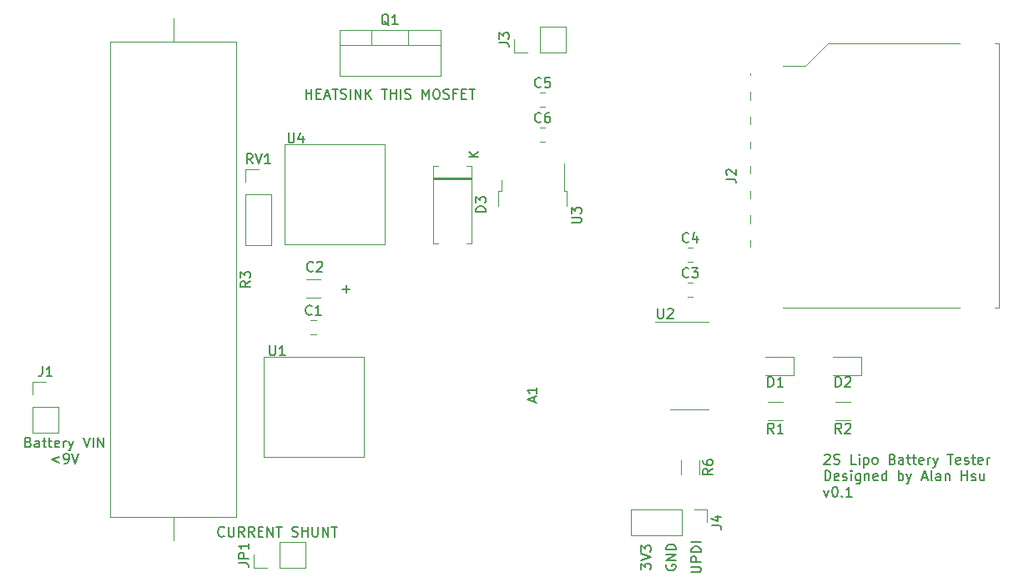
<source format=gbr>
%TF.GenerationSoftware,KiCad,Pcbnew,(5.1.10)-1*%
%TF.CreationDate,2021-10-18T08:36:09-04:00*%
%TF.ProjectId,BattTester,42617474-5465-4737-9465-722e6b696361,rev?*%
%TF.SameCoordinates,Original*%
%TF.FileFunction,Legend,Top*%
%TF.FilePolarity,Positive*%
%FSLAX46Y46*%
G04 Gerber Fmt 4.6, Leading zero omitted, Abs format (unit mm)*
G04 Created by KiCad (PCBNEW (5.1.10)-1) date 2021-10-18 08:36:09*
%MOMM*%
%LPD*%
G01*
G04 APERTURE LIST*
%ADD10C,0.150000*%
%ADD11C,0.120000*%
G04 APERTURE END LIST*
D10*
X159719047Y-121007142D02*
X159671428Y-121054761D01*
X159528571Y-121102380D01*
X159433333Y-121102380D01*
X159290476Y-121054761D01*
X159195238Y-120959523D01*
X159147619Y-120864285D01*
X159100000Y-120673809D01*
X159100000Y-120530952D01*
X159147619Y-120340476D01*
X159195238Y-120245238D01*
X159290476Y-120150000D01*
X159433333Y-120102380D01*
X159528571Y-120102380D01*
X159671428Y-120150000D01*
X159719047Y-120197619D01*
X160147619Y-120102380D02*
X160147619Y-120911904D01*
X160195238Y-121007142D01*
X160242857Y-121054761D01*
X160338095Y-121102380D01*
X160528571Y-121102380D01*
X160623809Y-121054761D01*
X160671428Y-121007142D01*
X160719047Y-120911904D01*
X160719047Y-120102380D01*
X161766666Y-121102380D02*
X161433333Y-120626190D01*
X161195238Y-121102380D02*
X161195238Y-120102380D01*
X161576190Y-120102380D01*
X161671428Y-120150000D01*
X161719047Y-120197619D01*
X161766666Y-120292857D01*
X161766666Y-120435714D01*
X161719047Y-120530952D01*
X161671428Y-120578571D01*
X161576190Y-120626190D01*
X161195238Y-120626190D01*
X162766666Y-121102380D02*
X162433333Y-120626190D01*
X162195238Y-121102380D02*
X162195238Y-120102380D01*
X162576190Y-120102380D01*
X162671428Y-120150000D01*
X162719047Y-120197619D01*
X162766666Y-120292857D01*
X162766666Y-120435714D01*
X162719047Y-120530952D01*
X162671428Y-120578571D01*
X162576190Y-120626190D01*
X162195238Y-120626190D01*
X163195238Y-120578571D02*
X163528571Y-120578571D01*
X163671428Y-121102380D02*
X163195238Y-121102380D01*
X163195238Y-120102380D01*
X163671428Y-120102380D01*
X164100000Y-121102380D02*
X164100000Y-120102380D01*
X164671428Y-121102380D01*
X164671428Y-120102380D01*
X165004761Y-120102380D02*
X165576190Y-120102380D01*
X165290476Y-121102380D02*
X165290476Y-120102380D01*
X166623809Y-121054761D02*
X166766666Y-121102380D01*
X167004761Y-121102380D01*
X167100000Y-121054761D01*
X167147619Y-121007142D01*
X167195238Y-120911904D01*
X167195238Y-120816666D01*
X167147619Y-120721428D01*
X167100000Y-120673809D01*
X167004761Y-120626190D01*
X166814285Y-120578571D01*
X166719047Y-120530952D01*
X166671428Y-120483333D01*
X166623809Y-120388095D01*
X166623809Y-120292857D01*
X166671428Y-120197619D01*
X166719047Y-120150000D01*
X166814285Y-120102380D01*
X167052380Y-120102380D01*
X167195238Y-120150000D01*
X167623809Y-121102380D02*
X167623809Y-120102380D01*
X167623809Y-120578571D02*
X168195238Y-120578571D01*
X168195238Y-121102380D02*
X168195238Y-120102380D01*
X168671428Y-120102380D02*
X168671428Y-120911904D01*
X168719047Y-121007142D01*
X168766666Y-121054761D01*
X168861904Y-121102380D01*
X169052380Y-121102380D01*
X169147619Y-121054761D01*
X169195238Y-121007142D01*
X169242857Y-120911904D01*
X169242857Y-120102380D01*
X169719047Y-121102380D02*
X169719047Y-120102380D01*
X170290476Y-121102380D01*
X170290476Y-120102380D01*
X170623809Y-120102380D02*
X171195238Y-120102380D01*
X170909523Y-121102380D02*
X170909523Y-120102380D01*
X202017380Y-124428095D02*
X202017380Y-123809047D01*
X202398333Y-124142380D01*
X202398333Y-123999523D01*
X202445952Y-123904285D01*
X202493571Y-123856666D01*
X202588809Y-123809047D01*
X202826904Y-123809047D01*
X202922142Y-123856666D01*
X202969761Y-123904285D01*
X203017380Y-123999523D01*
X203017380Y-124285238D01*
X202969761Y-124380476D01*
X202922142Y-124428095D01*
X202017380Y-123523333D02*
X203017380Y-123190000D01*
X202017380Y-122856666D01*
X202017380Y-122618571D02*
X202017380Y-121999523D01*
X202398333Y-122332857D01*
X202398333Y-122190000D01*
X202445952Y-122094761D01*
X202493571Y-122047142D01*
X202588809Y-121999523D01*
X202826904Y-121999523D01*
X202922142Y-122047142D01*
X202969761Y-122094761D01*
X203017380Y-122190000D01*
X203017380Y-122475714D01*
X202969761Y-122570952D01*
X202922142Y-122618571D01*
X204605000Y-123951904D02*
X204557380Y-124047142D01*
X204557380Y-124190000D01*
X204605000Y-124332857D01*
X204700238Y-124428095D01*
X204795476Y-124475714D01*
X204985952Y-124523333D01*
X205128809Y-124523333D01*
X205319285Y-124475714D01*
X205414523Y-124428095D01*
X205509761Y-124332857D01*
X205557380Y-124190000D01*
X205557380Y-124094761D01*
X205509761Y-123951904D01*
X205462142Y-123904285D01*
X205128809Y-123904285D01*
X205128809Y-124094761D01*
X205557380Y-123475714D02*
X204557380Y-123475714D01*
X205557380Y-122904285D01*
X204557380Y-122904285D01*
X205557380Y-122428095D02*
X204557380Y-122428095D01*
X204557380Y-122190000D01*
X204605000Y-122047142D01*
X204700238Y-121951904D01*
X204795476Y-121904285D01*
X204985952Y-121856666D01*
X205128809Y-121856666D01*
X205319285Y-121904285D01*
X205414523Y-121951904D01*
X205509761Y-122047142D01*
X205557380Y-122190000D01*
X205557380Y-122428095D01*
X168030000Y-76652380D02*
X168030000Y-75652380D01*
X168030000Y-76128571D02*
X168601428Y-76128571D01*
X168601428Y-76652380D02*
X168601428Y-75652380D01*
X169077619Y-76128571D02*
X169410952Y-76128571D01*
X169553809Y-76652380D02*
X169077619Y-76652380D01*
X169077619Y-75652380D01*
X169553809Y-75652380D01*
X169934761Y-76366666D02*
X170410952Y-76366666D01*
X169839523Y-76652380D02*
X170172857Y-75652380D01*
X170506190Y-76652380D01*
X170696666Y-75652380D02*
X171268095Y-75652380D01*
X170982380Y-76652380D02*
X170982380Y-75652380D01*
X171553809Y-76604761D02*
X171696666Y-76652380D01*
X171934761Y-76652380D01*
X172030000Y-76604761D01*
X172077619Y-76557142D01*
X172125238Y-76461904D01*
X172125238Y-76366666D01*
X172077619Y-76271428D01*
X172030000Y-76223809D01*
X171934761Y-76176190D01*
X171744285Y-76128571D01*
X171649047Y-76080952D01*
X171601428Y-76033333D01*
X171553809Y-75938095D01*
X171553809Y-75842857D01*
X171601428Y-75747619D01*
X171649047Y-75700000D01*
X171744285Y-75652380D01*
X171982380Y-75652380D01*
X172125238Y-75700000D01*
X172553809Y-76652380D02*
X172553809Y-75652380D01*
X173030000Y-76652380D02*
X173030000Y-75652380D01*
X173601428Y-76652380D01*
X173601428Y-75652380D01*
X174077619Y-76652380D02*
X174077619Y-75652380D01*
X174649047Y-76652380D02*
X174220476Y-76080952D01*
X174649047Y-75652380D02*
X174077619Y-76223809D01*
X175696666Y-75652380D02*
X176268095Y-75652380D01*
X175982380Y-76652380D02*
X175982380Y-75652380D01*
X176601428Y-76652380D02*
X176601428Y-75652380D01*
X176601428Y-76128571D02*
X177172857Y-76128571D01*
X177172857Y-76652380D02*
X177172857Y-75652380D01*
X177649047Y-76652380D02*
X177649047Y-75652380D01*
X178077619Y-76604761D02*
X178220476Y-76652380D01*
X178458571Y-76652380D01*
X178553809Y-76604761D01*
X178601428Y-76557142D01*
X178649047Y-76461904D01*
X178649047Y-76366666D01*
X178601428Y-76271428D01*
X178553809Y-76223809D01*
X178458571Y-76176190D01*
X178268095Y-76128571D01*
X178172857Y-76080952D01*
X178125238Y-76033333D01*
X178077619Y-75938095D01*
X178077619Y-75842857D01*
X178125238Y-75747619D01*
X178172857Y-75700000D01*
X178268095Y-75652380D01*
X178506190Y-75652380D01*
X178649047Y-75700000D01*
X179839523Y-76652380D02*
X179839523Y-75652380D01*
X180172857Y-76366666D01*
X180506190Y-75652380D01*
X180506190Y-76652380D01*
X181172857Y-75652380D02*
X181363333Y-75652380D01*
X181458571Y-75700000D01*
X181553809Y-75795238D01*
X181601428Y-75985714D01*
X181601428Y-76319047D01*
X181553809Y-76509523D01*
X181458571Y-76604761D01*
X181363333Y-76652380D01*
X181172857Y-76652380D01*
X181077619Y-76604761D01*
X180982380Y-76509523D01*
X180934761Y-76319047D01*
X180934761Y-75985714D01*
X180982380Y-75795238D01*
X181077619Y-75700000D01*
X181172857Y-75652380D01*
X181982380Y-76604761D02*
X182125238Y-76652380D01*
X182363333Y-76652380D01*
X182458571Y-76604761D01*
X182506190Y-76557142D01*
X182553809Y-76461904D01*
X182553809Y-76366666D01*
X182506190Y-76271428D01*
X182458571Y-76223809D01*
X182363333Y-76176190D01*
X182172857Y-76128571D01*
X182077619Y-76080952D01*
X182030000Y-76033333D01*
X181982380Y-75938095D01*
X181982380Y-75842857D01*
X182030000Y-75747619D01*
X182077619Y-75700000D01*
X182172857Y-75652380D01*
X182410952Y-75652380D01*
X182553809Y-75700000D01*
X183315714Y-76128571D02*
X182982380Y-76128571D01*
X182982380Y-76652380D02*
X182982380Y-75652380D01*
X183458571Y-75652380D01*
X183839523Y-76128571D02*
X184172857Y-76128571D01*
X184315714Y-76652380D02*
X183839523Y-76652380D01*
X183839523Y-75652380D01*
X184315714Y-75652380D01*
X184601428Y-75652380D02*
X185172857Y-75652380D01*
X184887142Y-76652380D02*
X184887142Y-75652380D01*
X139867142Y-111498571D02*
X140010000Y-111546190D01*
X140057619Y-111593809D01*
X140105238Y-111689047D01*
X140105238Y-111831904D01*
X140057619Y-111927142D01*
X140010000Y-111974761D01*
X139914761Y-112022380D01*
X139533809Y-112022380D01*
X139533809Y-111022380D01*
X139867142Y-111022380D01*
X139962380Y-111070000D01*
X140010000Y-111117619D01*
X140057619Y-111212857D01*
X140057619Y-111308095D01*
X140010000Y-111403333D01*
X139962380Y-111450952D01*
X139867142Y-111498571D01*
X139533809Y-111498571D01*
X140962380Y-112022380D02*
X140962380Y-111498571D01*
X140914761Y-111403333D01*
X140819523Y-111355714D01*
X140629047Y-111355714D01*
X140533809Y-111403333D01*
X140962380Y-111974761D02*
X140867142Y-112022380D01*
X140629047Y-112022380D01*
X140533809Y-111974761D01*
X140486190Y-111879523D01*
X140486190Y-111784285D01*
X140533809Y-111689047D01*
X140629047Y-111641428D01*
X140867142Y-111641428D01*
X140962380Y-111593809D01*
X141295714Y-111355714D02*
X141676666Y-111355714D01*
X141438571Y-111022380D02*
X141438571Y-111879523D01*
X141486190Y-111974761D01*
X141581428Y-112022380D01*
X141676666Y-112022380D01*
X141867142Y-111355714D02*
X142248095Y-111355714D01*
X142010000Y-111022380D02*
X142010000Y-111879523D01*
X142057619Y-111974761D01*
X142152857Y-112022380D01*
X142248095Y-112022380D01*
X142962380Y-111974761D02*
X142867142Y-112022380D01*
X142676666Y-112022380D01*
X142581428Y-111974761D01*
X142533809Y-111879523D01*
X142533809Y-111498571D01*
X142581428Y-111403333D01*
X142676666Y-111355714D01*
X142867142Y-111355714D01*
X142962380Y-111403333D01*
X143010000Y-111498571D01*
X143010000Y-111593809D01*
X142533809Y-111689047D01*
X143438571Y-112022380D02*
X143438571Y-111355714D01*
X143438571Y-111546190D02*
X143486190Y-111450952D01*
X143533809Y-111403333D01*
X143629047Y-111355714D01*
X143724285Y-111355714D01*
X143962380Y-111355714D02*
X144200476Y-112022380D01*
X144438571Y-111355714D02*
X144200476Y-112022380D01*
X144105238Y-112260476D01*
X144057619Y-112308095D01*
X143962380Y-112355714D01*
X145438571Y-111022380D02*
X145771904Y-112022380D01*
X146105238Y-111022380D01*
X146438571Y-112022380D02*
X146438571Y-111022380D01*
X146914761Y-112022380D02*
X146914761Y-111022380D01*
X147486190Y-112022380D01*
X147486190Y-111022380D01*
X142986190Y-113005714D02*
X142224285Y-113291428D01*
X142986190Y-113577142D01*
X143510000Y-113672380D02*
X143700476Y-113672380D01*
X143795714Y-113624761D01*
X143843333Y-113577142D01*
X143938571Y-113434285D01*
X143986190Y-113243809D01*
X143986190Y-112862857D01*
X143938571Y-112767619D01*
X143890952Y-112720000D01*
X143795714Y-112672380D01*
X143605238Y-112672380D01*
X143510000Y-112720000D01*
X143462380Y-112767619D01*
X143414761Y-112862857D01*
X143414761Y-113100952D01*
X143462380Y-113196190D01*
X143510000Y-113243809D01*
X143605238Y-113291428D01*
X143795714Y-113291428D01*
X143890952Y-113243809D01*
X143938571Y-113196190D01*
X143986190Y-113100952D01*
X144271904Y-112672380D02*
X144605238Y-113672380D01*
X144938571Y-112672380D01*
X207097380Y-124713809D02*
X207906904Y-124713809D01*
X208002142Y-124666190D01*
X208049761Y-124618571D01*
X208097380Y-124523333D01*
X208097380Y-124332857D01*
X208049761Y-124237619D01*
X208002142Y-124190000D01*
X207906904Y-124142380D01*
X207097380Y-124142380D01*
X208097380Y-123666190D02*
X207097380Y-123666190D01*
X207097380Y-123285238D01*
X207145000Y-123190000D01*
X207192619Y-123142380D01*
X207287857Y-123094761D01*
X207430714Y-123094761D01*
X207525952Y-123142380D01*
X207573571Y-123190000D01*
X207621190Y-123285238D01*
X207621190Y-123666190D01*
X208097380Y-122666190D02*
X207097380Y-122666190D01*
X207097380Y-122428095D01*
X207145000Y-122285238D01*
X207240238Y-122190000D01*
X207335476Y-122142380D01*
X207525952Y-122094761D01*
X207668809Y-122094761D01*
X207859285Y-122142380D01*
X207954523Y-122190000D01*
X208049761Y-122285238D01*
X208097380Y-122428095D01*
X208097380Y-122666190D01*
X208097380Y-121666190D02*
X207097380Y-121666190D01*
X220632976Y-112832619D02*
X220680595Y-112785000D01*
X220775833Y-112737380D01*
X221013928Y-112737380D01*
X221109166Y-112785000D01*
X221156785Y-112832619D01*
X221204404Y-112927857D01*
X221204404Y-113023095D01*
X221156785Y-113165952D01*
X220585357Y-113737380D01*
X221204404Y-113737380D01*
X221585357Y-113689761D02*
X221728214Y-113737380D01*
X221966309Y-113737380D01*
X222061547Y-113689761D01*
X222109166Y-113642142D01*
X222156785Y-113546904D01*
X222156785Y-113451666D01*
X222109166Y-113356428D01*
X222061547Y-113308809D01*
X221966309Y-113261190D01*
X221775833Y-113213571D01*
X221680595Y-113165952D01*
X221632976Y-113118333D01*
X221585357Y-113023095D01*
X221585357Y-112927857D01*
X221632976Y-112832619D01*
X221680595Y-112785000D01*
X221775833Y-112737380D01*
X222013928Y-112737380D01*
X222156785Y-112785000D01*
X223823452Y-113737380D02*
X223347261Y-113737380D01*
X223347261Y-112737380D01*
X224156785Y-113737380D02*
X224156785Y-113070714D01*
X224156785Y-112737380D02*
X224109166Y-112785000D01*
X224156785Y-112832619D01*
X224204404Y-112785000D01*
X224156785Y-112737380D01*
X224156785Y-112832619D01*
X224632976Y-113070714D02*
X224632976Y-114070714D01*
X224632976Y-113118333D02*
X224728214Y-113070714D01*
X224918690Y-113070714D01*
X225013928Y-113118333D01*
X225061547Y-113165952D01*
X225109166Y-113261190D01*
X225109166Y-113546904D01*
X225061547Y-113642142D01*
X225013928Y-113689761D01*
X224918690Y-113737380D01*
X224728214Y-113737380D01*
X224632976Y-113689761D01*
X225680595Y-113737380D02*
X225585357Y-113689761D01*
X225537738Y-113642142D01*
X225490119Y-113546904D01*
X225490119Y-113261190D01*
X225537738Y-113165952D01*
X225585357Y-113118333D01*
X225680595Y-113070714D01*
X225823452Y-113070714D01*
X225918690Y-113118333D01*
X225966309Y-113165952D01*
X226013928Y-113261190D01*
X226013928Y-113546904D01*
X225966309Y-113642142D01*
X225918690Y-113689761D01*
X225823452Y-113737380D01*
X225680595Y-113737380D01*
X227537738Y-113213571D02*
X227680595Y-113261190D01*
X227728214Y-113308809D01*
X227775833Y-113404047D01*
X227775833Y-113546904D01*
X227728214Y-113642142D01*
X227680595Y-113689761D01*
X227585357Y-113737380D01*
X227204404Y-113737380D01*
X227204404Y-112737380D01*
X227537738Y-112737380D01*
X227632976Y-112785000D01*
X227680595Y-112832619D01*
X227728214Y-112927857D01*
X227728214Y-113023095D01*
X227680595Y-113118333D01*
X227632976Y-113165952D01*
X227537738Y-113213571D01*
X227204404Y-113213571D01*
X228632976Y-113737380D02*
X228632976Y-113213571D01*
X228585357Y-113118333D01*
X228490119Y-113070714D01*
X228299642Y-113070714D01*
X228204404Y-113118333D01*
X228632976Y-113689761D02*
X228537738Y-113737380D01*
X228299642Y-113737380D01*
X228204404Y-113689761D01*
X228156785Y-113594523D01*
X228156785Y-113499285D01*
X228204404Y-113404047D01*
X228299642Y-113356428D01*
X228537738Y-113356428D01*
X228632976Y-113308809D01*
X228966309Y-113070714D02*
X229347261Y-113070714D01*
X229109166Y-112737380D02*
X229109166Y-113594523D01*
X229156785Y-113689761D01*
X229252023Y-113737380D01*
X229347261Y-113737380D01*
X229537738Y-113070714D02*
X229918690Y-113070714D01*
X229680595Y-112737380D02*
X229680595Y-113594523D01*
X229728214Y-113689761D01*
X229823452Y-113737380D01*
X229918690Y-113737380D01*
X230632976Y-113689761D02*
X230537738Y-113737380D01*
X230347261Y-113737380D01*
X230252023Y-113689761D01*
X230204404Y-113594523D01*
X230204404Y-113213571D01*
X230252023Y-113118333D01*
X230347261Y-113070714D01*
X230537738Y-113070714D01*
X230632976Y-113118333D01*
X230680595Y-113213571D01*
X230680595Y-113308809D01*
X230204404Y-113404047D01*
X231109166Y-113737380D02*
X231109166Y-113070714D01*
X231109166Y-113261190D02*
X231156785Y-113165952D01*
X231204404Y-113118333D01*
X231299642Y-113070714D01*
X231394880Y-113070714D01*
X231632976Y-113070714D02*
X231871071Y-113737380D01*
X232109166Y-113070714D02*
X231871071Y-113737380D01*
X231775833Y-113975476D01*
X231728214Y-114023095D01*
X231632976Y-114070714D01*
X233109166Y-112737380D02*
X233680595Y-112737380D01*
X233394880Y-113737380D02*
X233394880Y-112737380D01*
X234394880Y-113689761D02*
X234299642Y-113737380D01*
X234109166Y-113737380D01*
X234013928Y-113689761D01*
X233966309Y-113594523D01*
X233966309Y-113213571D01*
X234013928Y-113118333D01*
X234109166Y-113070714D01*
X234299642Y-113070714D01*
X234394880Y-113118333D01*
X234442500Y-113213571D01*
X234442500Y-113308809D01*
X233966309Y-113404047D01*
X234823452Y-113689761D02*
X234918690Y-113737380D01*
X235109166Y-113737380D01*
X235204404Y-113689761D01*
X235252023Y-113594523D01*
X235252023Y-113546904D01*
X235204404Y-113451666D01*
X235109166Y-113404047D01*
X234966309Y-113404047D01*
X234871071Y-113356428D01*
X234823452Y-113261190D01*
X234823452Y-113213571D01*
X234871071Y-113118333D01*
X234966309Y-113070714D01*
X235109166Y-113070714D01*
X235204404Y-113118333D01*
X235537738Y-113070714D02*
X235918690Y-113070714D01*
X235680595Y-112737380D02*
X235680595Y-113594523D01*
X235728214Y-113689761D01*
X235823452Y-113737380D01*
X235918690Y-113737380D01*
X236632976Y-113689761D02*
X236537738Y-113737380D01*
X236347261Y-113737380D01*
X236252023Y-113689761D01*
X236204404Y-113594523D01*
X236204404Y-113213571D01*
X236252023Y-113118333D01*
X236347261Y-113070714D01*
X236537738Y-113070714D01*
X236632976Y-113118333D01*
X236680595Y-113213571D01*
X236680595Y-113308809D01*
X236204404Y-113404047D01*
X237109166Y-113737380D02*
X237109166Y-113070714D01*
X237109166Y-113261190D02*
X237156785Y-113165952D01*
X237204404Y-113118333D01*
X237299642Y-113070714D01*
X237394880Y-113070714D01*
X220680595Y-115387380D02*
X220680595Y-114387380D01*
X220918690Y-114387380D01*
X221061547Y-114435000D01*
X221156785Y-114530238D01*
X221204404Y-114625476D01*
X221252023Y-114815952D01*
X221252023Y-114958809D01*
X221204404Y-115149285D01*
X221156785Y-115244523D01*
X221061547Y-115339761D01*
X220918690Y-115387380D01*
X220680595Y-115387380D01*
X222061547Y-115339761D02*
X221966309Y-115387380D01*
X221775833Y-115387380D01*
X221680595Y-115339761D01*
X221632976Y-115244523D01*
X221632976Y-114863571D01*
X221680595Y-114768333D01*
X221775833Y-114720714D01*
X221966309Y-114720714D01*
X222061547Y-114768333D01*
X222109166Y-114863571D01*
X222109166Y-114958809D01*
X221632976Y-115054047D01*
X222490119Y-115339761D02*
X222585357Y-115387380D01*
X222775833Y-115387380D01*
X222871071Y-115339761D01*
X222918690Y-115244523D01*
X222918690Y-115196904D01*
X222871071Y-115101666D01*
X222775833Y-115054047D01*
X222632976Y-115054047D01*
X222537738Y-115006428D01*
X222490119Y-114911190D01*
X222490119Y-114863571D01*
X222537738Y-114768333D01*
X222632976Y-114720714D01*
X222775833Y-114720714D01*
X222871071Y-114768333D01*
X223347261Y-115387380D02*
X223347261Y-114720714D01*
X223347261Y-114387380D02*
X223299642Y-114435000D01*
X223347261Y-114482619D01*
X223394880Y-114435000D01*
X223347261Y-114387380D01*
X223347261Y-114482619D01*
X224252023Y-114720714D02*
X224252023Y-115530238D01*
X224204404Y-115625476D01*
X224156785Y-115673095D01*
X224061547Y-115720714D01*
X223918690Y-115720714D01*
X223823452Y-115673095D01*
X224252023Y-115339761D02*
X224156785Y-115387380D01*
X223966309Y-115387380D01*
X223871071Y-115339761D01*
X223823452Y-115292142D01*
X223775833Y-115196904D01*
X223775833Y-114911190D01*
X223823452Y-114815952D01*
X223871071Y-114768333D01*
X223966309Y-114720714D01*
X224156785Y-114720714D01*
X224252023Y-114768333D01*
X224728214Y-114720714D02*
X224728214Y-115387380D01*
X224728214Y-114815952D02*
X224775833Y-114768333D01*
X224871071Y-114720714D01*
X225013928Y-114720714D01*
X225109166Y-114768333D01*
X225156785Y-114863571D01*
X225156785Y-115387380D01*
X226013928Y-115339761D02*
X225918690Y-115387380D01*
X225728214Y-115387380D01*
X225632976Y-115339761D01*
X225585357Y-115244523D01*
X225585357Y-114863571D01*
X225632976Y-114768333D01*
X225728214Y-114720714D01*
X225918690Y-114720714D01*
X226013928Y-114768333D01*
X226061547Y-114863571D01*
X226061547Y-114958809D01*
X225585357Y-115054047D01*
X226918690Y-115387380D02*
X226918690Y-114387380D01*
X226918690Y-115339761D02*
X226823452Y-115387380D01*
X226632976Y-115387380D01*
X226537738Y-115339761D01*
X226490119Y-115292142D01*
X226442500Y-115196904D01*
X226442500Y-114911190D01*
X226490119Y-114815952D01*
X226537738Y-114768333D01*
X226632976Y-114720714D01*
X226823452Y-114720714D01*
X226918690Y-114768333D01*
X228156785Y-115387380D02*
X228156785Y-114387380D01*
X228156785Y-114768333D02*
X228252023Y-114720714D01*
X228442500Y-114720714D01*
X228537738Y-114768333D01*
X228585357Y-114815952D01*
X228632976Y-114911190D01*
X228632976Y-115196904D01*
X228585357Y-115292142D01*
X228537738Y-115339761D01*
X228442500Y-115387380D01*
X228252023Y-115387380D01*
X228156785Y-115339761D01*
X228966309Y-114720714D02*
X229204404Y-115387380D01*
X229442500Y-114720714D02*
X229204404Y-115387380D01*
X229109166Y-115625476D01*
X229061547Y-115673095D01*
X228966309Y-115720714D01*
X230537738Y-115101666D02*
X231013928Y-115101666D01*
X230442500Y-115387380D02*
X230775833Y-114387380D01*
X231109166Y-115387380D01*
X231585357Y-115387380D02*
X231490119Y-115339761D01*
X231442500Y-115244523D01*
X231442500Y-114387380D01*
X232394880Y-115387380D02*
X232394880Y-114863571D01*
X232347261Y-114768333D01*
X232252023Y-114720714D01*
X232061547Y-114720714D01*
X231966309Y-114768333D01*
X232394880Y-115339761D02*
X232299642Y-115387380D01*
X232061547Y-115387380D01*
X231966309Y-115339761D01*
X231918690Y-115244523D01*
X231918690Y-115149285D01*
X231966309Y-115054047D01*
X232061547Y-115006428D01*
X232299642Y-115006428D01*
X232394880Y-114958809D01*
X232871071Y-114720714D02*
X232871071Y-115387380D01*
X232871071Y-114815952D02*
X232918690Y-114768333D01*
X233013928Y-114720714D01*
X233156785Y-114720714D01*
X233252023Y-114768333D01*
X233299642Y-114863571D01*
X233299642Y-115387380D01*
X234537738Y-115387380D02*
X234537738Y-114387380D01*
X234537738Y-114863571D02*
X235109166Y-114863571D01*
X235109166Y-115387380D02*
X235109166Y-114387380D01*
X235537738Y-115339761D02*
X235632976Y-115387380D01*
X235823452Y-115387380D01*
X235918690Y-115339761D01*
X235966309Y-115244523D01*
X235966309Y-115196904D01*
X235918690Y-115101666D01*
X235823452Y-115054047D01*
X235680595Y-115054047D01*
X235585357Y-115006428D01*
X235537738Y-114911190D01*
X235537738Y-114863571D01*
X235585357Y-114768333D01*
X235680595Y-114720714D01*
X235823452Y-114720714D01*
X235918690Y-114768333D01*
X236823452Y-114720714D02*
X236823452Y-115387380D01*
X236394880Y-114720714D02*
X236394880Y-115244523D01*
X236442500Y-115339761D01*
X236537738Y-115387380D01*
X236680595Y-115387380D01*
X236775833Y-115339761D01*
X236823452Y-115292142D01*
X220585357Y-116370714D02*
X220823452Y-117037380D01*
X221061547Y-116370714D01*
X221632976Y-116037380D02*
X221728214Y-116037380D01*
X221823452Y-116085000D01*
X221871071Y-116132619D01*
X221918690Y-116227857D01*
X221966309Y-116418333D01*
X221966309Y-116656428D01*
X221918690Y-116846904D01*
X221871071Y-116942142D01*
X221823452Y-116989761D01*
X221728214Y-117037380D01*
X221632976Y-117037380D01*
X221537738Y-116989761D01*
X221490119Y-116942142D01*
X221442500Y-116846904D01*
X221394880Y-116656428D01*
X221394880Y-116418333D01*
X221442500Y-116227857D01*
X221490119Y-116132619D01*
X221537738Y-116085000D01*
X221632976Y-116037380D01*
X222394880Y-116942142D02*
X222442500Y-116989761D01*
X222394880Y-117037380D01*
X222347261Y-116989761D01*
X222394880Y-116942142D01*
X222394880Y-117037380D01*
X223394880Y-117037380D02*
X222823452Y-117037380D01*
X223109166Y-117037380D02*
X223109166Y-116037380D01*
X223013928Y-116180238D01*
X222918690Y-116275476D01*
X222823452Y-116323095D01*
X171704047Y-95956428D02*
X172465952Y-95956428D01*
X172085000Y-96337380D02*
X172085000Y-95575476D01*
D11*
%TO.C,U4*%
X165862000Y-81280000D02*
X165862000Y-91440000D01*
X165862000Y-91440000D02*
X176022000Y-91440000D01*
X176022000Y-91440000D02*
X176022000Y-81280000D01*
X176022000Y-81280000D02*
X165862000Y-81280000D01*
%TO.C,U1*%
X163703000Y-102870000D02*
X163703000Y-113030000D01*
X163703000Y-113030000D02*
X173863000Y-113030000D01*
X173863000Y-113030000D02*
X173863000Y-102870000D01*
X173863000Y-102870000D02*
X163703000Y-102870000D01*
%TO.C,J1*%
X140275000Y-110550000D02*
X142935000Y-110550000D01*
X140275000Y-107950000D02*
X140275000Y-110550000D01*
X142935000Y-107950000D02*
X142935000Y-110550000D01*
X140275000Y-107950000D02*
X142935000Y-107950000D01*
X140275000Y-106680000D02*
X140275000Y-105350000D01*
X140275000Y-105350000D02*
X141605000Y-105350000D01*
%TO.C,U3*%
X187829000Y-86005000D02*
X187829000Y-84905000D01*
X187559000Y-86005000D02*
X187829000Y-86005000D01*
X187559000Y-87505000D02*
X187559000Y-86005000D01*
X194189000Y-86005000D02*
X194189000Y-83175000D01*
X194459000Y-86005000D02*
X194189000Y-86005000D01*
X194459000Y-87505000D02*
X194459000Y-86005000D01*
%TO.C,U2*%
X206883000Y-99324000D02*
X203433000Y-99324000D01*
X206883000Y-99324000D02*
X208833000Y-99324000D01*
X206883000Y-108194000D02*
X204933000Y-108194000D01*
X206883000Y-108194000D02*
X208833000Y-108194000D01*
%TO.C,RV1*%
X161865000Y-83760000D02*
X163195000Y-83760000D01*
X161865000Y-85090000D02*
X161865000Y-83760000D01*
X161865000Y-86360000D02*
X164525000Y-86360000D01*
X164525000Y-86360000D02*
X164525000Y-91500000D01*
X161865000Y-86360000D02*
X161865000Y-91500000D01*
X161865000Y-91500000D02*
X164525000Y-91500000D01*
%TO.C,R6*%
X206100000Y-113318936D02*
X206100000Y-114773064D01*
X207920000Y-113318936D02*
X207920000Y-114773064D01*
%TO.C,R3*%
X154559000Y-121496000D02*
X154559000Y-119116000D01*
X154559000Y-68496000D02*
X154559000Y-70876000D01*
X160929000Y-119116000D02*
X160929000Y-70876000D01*
X148189000Y-119116000D02*
X160929000Y-119116000D01*
X148189000Y-70876000D02*
X148189000Y-119116000D01*
X160929000Y-70876000D02*
X148189000Y-70876000D01*
%TO.C,R2*%
X223231064Y-107421000D02*
X221776936Y-107421000D01*
X223231064Y-109241000D02*
X221776936Y-109241000D01*
%TO.C,R1*%
X216373064Y-107421000D02*
X214918936Y-107421000D01*
X216373064Y-109241000D02*
X214918936Y-109241000D01*
%TO.C,Q1*%
X178381000Y-69628000D02*
X178381000Y-71138000D01*
X174680000Y-69628000D02*
X174680000Y-71138000D01*
X171410000Y-71138000D02*
X181650000Y-71138000D01*
X181650000Y-69628000D02*
X181650000Y-74269000D01*
X171410000Y-69628000D02*
X171410000Y-74269000D01*
X171410000Y-74269000D02*
X181650000Y-74269000D01*
X171410000Y-69628000D02*
X181650000Y-69628000D01*
%TO.C,JP1*%
X162754000Y-124266000D02*
X162754000Y-122936000D01*
X164084000Y-124266000D02*
X162754000Y-124266000D01*
X165354000Y-124266000D02*
X165354000Y-121606000D01*
X165354000Y-121606000D02*
X167954000Y-121606000D01*
X165354000Y-124266000D02*
X167954000Y-124266000D01*
X167954000Y-124266000D02*
X167954000Y-121606000D01*
%TO.C,J4*%
X208721000Y-118304000D02*
X208721000Y-119634000D01*
X207391000Y-118304000D02*
X208721000Y-118304000D01*
X206121000Y-118304000D02*
X206121000Y-120964000D01*
X206121000Y-120964000D02*
X200981000Y-120964000D01*
X206121000Y-118304000D02*
X200981000Y-118304000D01*
X200981000Y-118304000D02*
X200981000Y-120964000D01*
%TO.C,J3*%
X189170000Y-71942000D02*
X189170000Y-70612000D01*
X190500000Y-71942000D02*
X189170000Y-71942000D01*
X191770000Y-71942000D02*
X191770000Y-69282000D01*
X191770000Y-69282000D02*
X194370000Y-69282000D01*
X191770000Y-71942000D02*
X194370000Y-71942000D01*
X194370000Y-71942000D02*
X194370000Y-69282000D01*
%TO.C,J2*%
X213095000Y-76755000D02*
X213095000Y-75955000D01*
X213095000Y-79255000D02*
X213095000Y-78455000D01*
X213095000Y-81655000D02*
X213095000Y-80955000D01*
X213095000Y-84255000D02*
X213095000Y-83455000D01*
X213095000Y-74255000D02*
X213095000Y-74055000D01*
X213095000Y-86755000D02*
X213095000Y-85955000D01*
X213095000Y-89255000D02*
X213095000Y-88455000D01*
X213095000Y-91655000D02*
X213095000Y-90955000D01*
X216415000Y-73285000D02*
X218715000Y-73285000D01*
X218715000Y-73285000D02*
X221015000Y-70985000D01*
X221015000Y-70985000D02*
X234315000Y-70985000D01*
X216415000Y-97825000D02*
X234315000Y-97825000D01*
X237915000Y-97825000D02*
X238335000Y-97825000D01*
X238335000Y-97825000D02*
X238335000Y-70985000D01*
X238335000Y-70985000D02*
X237915000Y-70985000D01*
%TO.C,D3*%
X184800000Y-84596000D02*
X180960000Y-84596000D01*
X184800000Y-84836000D02*
X180960000Y-84836000D01*
X184800000Y-84716000D02*
X180960000Y-84716000D01*
X180960000Y-91296000D02*
X181440000Y-91296000D01*
X180960000Y-83456000D02*
X180960000Y-91296000D01*
X181440000Y-83456000D02*
X180960000Y-83456000D01*
X184800000Y-91296000D02*
X184320000Y-91296000D01*
X184800000Y-83456000D02*
X184800000Y-91296000D01*
X184320000Y-83456000D02*
X184800000Y-83456000D01*
%TO.C,D2*%
X224364000Y-102799000D02*
X221504000Y-102799000D01*
X224364000Y-104719000D02*
X224364000Y-102799000D01*
X221504000Y-104719000D02*
X224364000Y-104719000D01*
%TO.C,D1*%
X217506000Y-102799000D02*
X214646000Y-102799000D01*
X217506000Y-104719000D02*
X217506000Y-102799000D01*
X214646000Y-104719000D02*
X217506000Y-104719000D01*
%TO.C,C6*%
X191762748Y-80999000D02*
X192285252Y-80999000D01*
X191762748Y-79529000D02*
X192285252Y-79529000D01*
%TO.C,C5*%
X191762748Y-77443000D02*
X192285252Y-77443000D01*
X191762748Y-75973000D02*
X192285252Y-75973000D01*
%TO.C,C4*%
X206748748Y-93191000D02*
X207271252Y-93191000D01*
X206748748Y-91721000D02*
X207271252Y-91721000D01*
%TO.C,C3*%
X206748748Y-96747000D02*
X207271252Y-96747000D01*
X206748748Y-95277000D02*
X207271252Y-95277000D01*
%TO.C,C2*%
X169494252Y-94975000D02*
X168071748Y-94975000D01*
X169494252Y-96795000D02*
X168071748Y-96795000D01*
%TO.C,C1*%
X168521748Y-100557000D02*
X169044252Y-100557000D01*
X168521748Y-99087000D02*
X169044252Y-99087000D01*
%TO.C,U4*%
D10*
X166243095Y-80097380D02*
X166243095Y-80906904D01*
X166290714Y-81002142D01*
X166338333Y-81049761D01*
X166433571Y-81097380D01*
X166624047Y-81097380D01*
X166719285Y-81049761D01*
X166766904Y-81002142D01*
X166814523Y-80906904D01*
X166814523Y-80097380D01*
X167719285Y-80430714D02*
X167719285Y-81097380D01*
X167481190Y-80049761D02*
X167243095Y-80764047D01*
X167862142Y-80764047D01*
%TO.C,U1*%
X164338095Y-101687380D02*
X164338095Y-102496904D01*
X164385714Y-102592142D01*
X164433333Y-102639761D01*
X164528571Y-102687380D01*
X164719047Y-102687380D01*
X164814285Y-102639761D01*
X164861904Y-102592142D01*
X164909523Y-102496904D01*
X164909523Y-101687380D01*
X165909523Y-102687380D02*
X165338095Y-102687380D01*
X165623809Y-102687380D02*
X165623809Y-101687380D01*
X165528571Y-101830238D01*
X165433333Y-101925476D01*
X165338095Y-101973095D01*
%TO.C,J1*%
X141271666Y-103802380D02*
X141271666Y-104516666D01*
X141224047Y-104659523D01*
X141128809Y-104754761D01*
X140985952Y-104802380D01*
X140890714Y-104802380D01*
X142271666Y-104802380D02*
X141700238Y-104802380D01*
X141985952Y-104802380D02*
X141985952Y-103802380D01*
X141890714Y-103945238D01*
X141795476Y-104040476D01*
X141700238Y-104088095D01*
%TO.C,U3*%
X194961380Y-89236904D02*
X195770904Y-89236904D01*
X195866142Y-89189285D01*
X195913761Y-89141666D01*
X195961380Y-89046428D01*
X195961380Y-88855952D01*
X195913761Y-88760714D01*
X195866142Y-88713095D01*
X195770904Y-88665476D01*
X194961380Y-88665476D01*
X194961380Y-88284523D02*
X194961380Y-87665476D01*
X195342333Y-87998809D01*
X195342333Y-87855952D01*
X195389952Y-87760714D01*
X195437571Y-87713095D01*
X195532809Y-87665476D01*
X195770904Y-87665476D01*
X195866142Y-87713095D01*
X195913761Y-87760714D01*
X195961380Y-87855952D01*
X195961380Y-88141666D01*
X195913761Y-88236904D01*
X195866142Y-88284523D01*
%TO.C,U2*%
X203708095Y-97931380D02*
X203708095Y-98740904D01*
X203755714Y-98836142D01*
X203803333Y-98883761D01*
X203898571Y-98931380D01*
X204089047Y-98931380D01*
X204184285Y-98883761D01*
X204231904Y-98836142D01*
X204279523Y-98740904D01*
X204279523Y-97931380D01*
X204708095Y-98026619D02*
X204755714Y-97979000D01*
X204850952Y-97931380D01*
X205089047Y-97931380D01*
X205184285Y-97979000D01*
X205231904Y-98026619D01*
X205279523Y-98121857D01*
X205279523Y-98217095D01*
X205231904Y-98359952D01*
X204660476Y-98931380D01*
X205279523Y-98931380D01*
%TO.C,RV1*%
X162599761Y-83212380D02*
X162266428Y-82736190D01*
X162028333Y-83212380D02*
X162028333Y-82212380D01*
X162409285Y-82212380D01*
X162504523Y-82260000D01*
X162552142Y-82307619D01*
X162599761Y-82402857D01*
X162599761Y-82545714D01*
X162552142Y-82640952D01*
X162504523Y-82688571D01*
X162409285Y-82736190D01*
X162028333Y-82736190D01*
X162885476Y-82212380D02*
X163218809Y-83212380D01*
X163552142Y-82212380D01*
X164409285Y-83212380D02*
X163837857Y-83212380D01*
X164123571Y-83212380D02*
X164123571Y-82212380D01*
X164028333Y-82355238D01*
X163933095Y-82450476D01*
X163837857Y-82498095D01*
%TO.C,R6*%
X209282380Y-114212666D02*
X208806190Y-114546000D01*
X209282380Y-114784095D02*
X208282380Y-114784095D01*
X208282380Y-114403142D01*
X208330000Y-114307904D01*
X208377619Y-114260285D01*
X208472857Y-114212666D01*
X208615714Y-114212666D01*
X208710952Y-114260285D01*
X208758571Y-114307904D01*
X208806190Y-114403142D01*
X208806190Y-114784095D01*
X208282380Y-113355523D02*
X208282380Y-113546000D01*
X208330000Y-113641238D01*
X208377619Y-113688857D01*
X208520476Y-113784095D01*
X208710952Y-113831714D01*
X209091904Y-113831714D01*
X209187142Y-113784095D01*
X209234761Y-113736476D01*
X209282380Y-113641238D01*
X209282380Y-113450761D01*
X209234761Y-113355523D01*
X209187142Y-113307904D01*
X209091904Y-113260285D01*
X208853809Y-113260285D01*
X208758571Y-113307904D01*
X208710952Y-113355523D01*
X208663333Y-113450761D01*
X208663333Y-113641238D01*
X208710952Y-113736476D01*
X208758571Y-113784095D01*
X208853809Y-113831714D01*
%TO.C,R3*%
X162381380Y-95162666D02*
X161905190Y-95496000D01*
X162381380Y-95734095D02*
X161381380Y-95734095D01*
X161381380Y-95353142D01*
X161429000Y-95257904D01*
X161476619Y-95210285D01*
X161571857Y-95162666D01*
X161714714Y-95162666D01*
X161809952Y-95210285D01*
X161857571Y-95257904D01*
X161905190Y-95353142D01*
X161905190Y-95734095D01*
X161381380Y-94829333D02*
X161381380Y-94210285D01*
X161762333Y-94543619D01*
X161762333Y-94400761D01*
X161809952Y-94305523D01*
X161857571Y-94257904D01*
X161952809Y-94210285D01*
X162190904Y-94210285D01*
X162286142Y-94257904D01*
X162333761Y-94305523D01*
X162381380Y-94400761D01*
X162381380Y-94686476D01*
X162333761Y-94781714D01*
X162286142Y-94829333D01*
%TO.C,R2*%
X222337333Y-110603380D02*
X222004000Y-110127190D01*
X221765904Y-110603380D02*
X221765904Y-109603380D01*
X222146857Y-109603380D01*
X222242095Y-109651000D01*
X222289714Y-109698619D01*
X222337333Y-109793857D01*
X222337333Y-109936714D01*
X222289714Y-110031952D01*
X222242095Y-110079571D01*
X222146857Y-110127190D01*
X221765904Y-110127190D01*
X222718285Y-109698619D02*
X222765904Y-109651000D01*
X222861142Y-109603380D01*
X223099238Y-109603380D01*
X223194476Y-109651000D01*
X223242095Y-109698619D01*
X223289714Y-109793857D01*
X223289714Y-109889095D01*
X223242095Y-110031952D01*
X222670666Y-110603380D01*
X223289714Y-110603380D01*
%TO.C,R1*%
X215479333Y-110603380D02*
X215146000Y-110127190D01*
X214907904Y-110603380D02*
X214907904Y-109603380D01*
X215288857Y-109603380D01*
X215384095Y-109651000D01*
X215431714Y-109698619D01*
X215479333Y-109793857D01*
X215479333Y-109936714D01*
X215431714Y-110031952D01*
X215384095Y-110079571D01*
X215288857Y-110127190D01*
X214907904Y-110127190D01*
X216431714Y-110603380D02*
X215860285Y-110603380D01*
X216146000Y-110603380D02*
X216146000Y-109603380D01*
X216050761Y-109746238D01*
X215955523Y-109841476D01*
X215860285Y-109889095D01*
%TO.C,Q1*%
X176434761Y-69175619D02*
X176339523Y-69128000D01*
X176244285Y-69032761D01*
X176101428Y-68889904D01*
X176006190Y-68842285D01*
X175910952Y-68842285D01*
X175958571Y-69080380D02*
X175863333Y-69032761D01*
X175768095Y-68937523D01*
X175720476Y-68747047D01*
X175720476Y-68413714D01*
X175768095Y-68223238D01*
X175863333Y-68128000D01*
X175958571Y-68080380D01*
X176149047Y-68080380D01*
X176244285Y-68128000D01*
X176339523Y-68223238D01*
X176387142Y-68413714D01*
X176387142Y-68747047D01*
X176339523Y-68937523D01*
X176244285Y-69032761D01*
X176149047Y-69080380D01*
X175958571Y-69080380D01*
X177339523Y-69080380D02*
X176768095Y-69080380D01*
X177053809Y-69080380D02*
X177053809Y-68080380D01*
X176958571Y-68223238D01*
X176863333Y-68318476D01*
X176768095Y-68366095D01*
%TO.C,JP1*%
X161206380Y-123769333D02*
X161920666Y-123769333D01*
X162063523Y-123816952D01*
X162158761Y-123912190D01*
X162206380Y-124055047D01*
X162206380Y-124150285D01*
X162206380Y-123293142D02*
X161206380Y-123293142D01*
X161206380Y-122912190D01*
X161254000Y-122816952D01*
X161301619Y-122769333D01*
X161396857Y-122721714D01*
X161539714Y-122721714D01*
X161634952Y-122769333D01*
X161682571Y-122816952D01*
X161730190Y-122912190D01*
X161730190Y-123293142D01*
X162206380Y-121769333D02*
X162206380Y-122340761D01*
X162206380Y-122055047D02*
X161206380Y-122055047D01*
X161349238Y-122150285D01*
X161444476Y-122245523D01*
X161492095Y-122340761D01*
%TO.C,J4*%
X209173380Y-119967333D02*
X209887666Y-119967333D01*
X210030523Y-120014952D01*
X210125761Y-120110190D01*
X210173380Y-120253047D01*
X210173380Y-120348285D01*
X209506714Y-119062571D02*
X210173380Y-119062571D01*
X209125761Y-119300666D02*
X209840047Y-119538761D01*
X209840047Y-118919714D01*
%TO.C,J3*%
X187622380Y-70945333D02*
X188336666Y-70945333D01*
X188479523Y-70992952D01*
X188574761Y-71088190D01*
X188622380Y-71231047D01*
X188622380Y-71326285D01*
X187622380Y-70564380D02*
X187622380Y-69945333D01*
X188003333Y-70278666D01*
X188003333Y-70135809D01*
X188050952Y-70040571D01*
X188098571Y-69992952D01*
X188193809Y-69945333D01*
X188431904Y-69945333D01*
X188527142Y-69992952D01*
X188574761Y-70040571D01*
X188622380Y-70135809D01*
X188622380Y-70421523D01*
X188574761Y-70516761D01*
X188527142Y-70564380D01*
%TO.C,J2*%
X210642380Y-84788333D02*
X211356666Y-84788333D01*
X211499523Y-84835952D01*
X211594761Y-84931190D01*
X211642380Y-85074047D01*
X211642380Y-85169285D01*
X210737619Y-84359761D02*
X210690000Y-84312142D01*
X210642380Y-84216904D01*
X210642380Y-83978809D01*
X210690000Y-83883571D01*
X210737619Y-83835952D01*
X210832857Y-83788333D01*
X210928095Y-83788333D01*
X211070952Y-83835952D01*
X211642380Y-84407380D01*
X211642380Y-83788333D01*
%TO.C,D3*%
X186252380Y-88114095D02*
X185252380Y-88114095D01*
X185252380Y-87876000D01*
X185300000Y-87733142D01*
X185395238Y-87637904D01*
X185490476Y-87590285D01*
X185680952Y-87542666D01*
X185823809Y-87542666D01*
X186014285Y-87590285D01*
X186109523Y-87637904D01*
X186204761Y-87733142D01*
X186252380Y-87876000D01*
X186252380Y-88114095D01*
X185252380Y-87209333D02*
X185252380Y-86590285D01*
X185633333Y-86923619D01*
X185633333Y-86780761D01*
X185680952Y-86685523D01*
X185728571Y-86637904D01*
X185823809Y-86590285D01*
X186061904Y-86590285D01*
X186157142Y-86637904D01*
X186204761Y-86685523D01*
X186252380Y-86780761D01*
X186252380Y-87066476D01*
X186204761Y-87161714D01*
X186157142Y-87209333D01*
X185532380Y-82557904D02*
X184532380Y-82557904D01*
X185532380Y-81986476D02*
X184960952Y-82415047D01*
X184532380Y-81986476D02*
X185103809Y-82557904D01*
%TO.C,D2*%
X221765904Y-105861380D02*
X221765904Y-104861380D01*
X222004000Y-104861380D01*
X222146857Y-104909000D01*
X222242095Y-105004238D01*
X222289714Y-105099476D01*
X222337333Y-105289952D01*
X222337333Y-105432809D01*
X222289714Y-105623285D01*
X222242095Y-105718523D01*
X222146857Y-105813761D01*
X222004000Y-105861380D01*
X221765904Y-105861380D01*
X222718285Y-104956619D02*
X222765904Y-104909000D01*
X222861142Y-104861380D01*
X223099238Y-104861380D01*
X223194476Y-104909000D01*
X223242095Y-104956619D01*
X223289714Y-105051857D01*
X223289714Y-105147095D01*
X223242095Y-105289952D01*
X222670666Y-105861380D01*
X223289714Y-105861380D01*
%TO.C,D1*%
X214907904Y-105861380D02*
X214907904Y-104861380D01*
X215146000Y-104861380D01*
X215288857Y-104909000D01*
X215384095Y-105004238D01*
X215431714Y-105099476D01*
X215479333Y-105289952D01*
X215479333Y-105432809D01*
X215431714Y-105623285D01*
X215384095Y-105718523D01*
X215288857Y-105813761D01*
X215146000Y-105861380D01*
X214907904Y-105861380D01*
X216431714Y-105861380D02*
X215860285Y-105861380D01*
X216146000Y-105861380D02*
X216146000Y-104861380D01*
X216050761Y-105004238D01*
X215955523Y-105099476D01*
X215860285Y-105147095D01*
%TO.C,C6*%
X191857333Y-78941142D02*
X191809714Y-78988761D01*
X191666857Y-79036380D01*
X191571619Y-79036380D01*
X191428761Y-78988761D01*
X191333523Y-78893523D01*
X191285904Y-78798285D01*
X191238285Y-78607809D01*
X191238285Y-78464952D01*
X191285904Y-78274476D01*
X191333523Y-78179238D01*
X191428761Y-78084000D01*
X191571619Y-78036380D01*
X191666857Y-78036380D01*
X191809714Y-78084000D01*
X191857333Y-78131619D01*
X192714476Y-78036380D02*
X192524000Y-78036380D01*
X192428761Y-78084000D01*
X192381142Y-78131619D01*
X192285904Y-78274476D01*
X192238285Y-78464952D01*
X192238285Y-78845904D01*
X192285904Y-78941142D01*
X192333523Y-78988761D01*
X192428761Y-79036380D01*
X192619238Y-79036380D01*
X192714476Y-78988761D01*
X192762095Y-78941142D01*
X192809714Y-78845904D01*
X192809714Y-78607809D01*
X192762095Y-78512571D01*
X192714476Y-78464952D01*
X192619238Y-78417333D01*
X192428761Y-78417333D01*
X192333523Y-78464952D01*
X192285904Y-78512571D01*
X192238285Y-78607809D01*
%TO.C,C5*%
X191857333Y-75385142D02*
X191809714Y-75432761D01*
X191666857Y-75480380D01*
X191571619Y-75480380D01*
X191428761Y-75432761D01*
X191333523Y-75337523D01*
X191285904Y-75242285D01*
X191238285Y-75051809D01*
X191238285Y-74908952D01*
X191285904Y-74718476D01*
X191333523Y-74623238D01*
X191428761Y-74528000D01*
X191571619Y-74480380D01*
X191666857Y-74480380D01*
X191809714Y-74528000D01*
X191857333Y-74575619D01*
X192762095Y-74480380D02*
X192285904Y-74480380D01*
X192238285Y-74956571D01*
X192285904Y-74908952D01*
X192381142Y-74861333D01*
X192619238Y-74861333D01*
X192714476Y-74908952D01*
X192762095Y-74956571D01*
X192809714Y-75051809D01*
X192809714Y-75289904D01*
X192762095Y-75385142D01*
X192714476Y-75432761D01*
X192619238Y-75480380D01*
X192381142Y-75480380D01*
X192285904Y-75432761D01*
X192238285Y-75385142D01*
%TO.C,C4*%
X206843333Y-91133142D02*
X206795714Y-91180761D01*
X206652857Y-91228380D01*
X206557619Y-91228380D01*
X206414761Y-91180761D01*
X206319523Y-91085523D01*
X206271904Y-90990285D01*
X206224285Y-90799809D01*
X206224285Y-90656952D01*
X206271904Y-90466476D01*
X206319523Y-90371238D01*
X206414761Y-90276000D01*
X206557619Y-90228380D01*
X206652857Y-90228380D01*
X206795714Y-90276000D01*
X206843333Y-90323619D01*
X207700476Y-90561714D02*
X207700476Y-91228380D01*
X207462380Y-90180761D02*
X207224285Y-90895047D01*
X207843333Y-90895047D01*
%TO.C,C3*%
X206843333Y-94689142D02*
X206795714Y-94736761D01*
X206652857Y-94784380D01*
X206557619Y-94784380D01*
X206414761Y-94736761D01*
X206319523Y-94641523D01*
X206271904Y-94546285D01*
X206224285Y-94355809D01*
X206224285Y-94212952D01*
X206271904Y-94022476D01*
X206319523Y-93927238D01*
X206414761Y-93832000D01*
X206557619Y-93784380D01*
X206652857Y-93784380D01*
X206795714Y-93832000D01*
X206843333Y-93879619D01*
X207176666Y-93784380D02*
X207795714Y-93784380D01*
X207462380Y-94165333D01*
X207605238Y-94165333D01*
X207700476Y-94212952D01*
X207748095Y-94260571D01*
X207795714Y-94355809D01*
X207795714Y-94593904D01*
X207748095Y-94689142D01*
X207700476Y-94736761D01*
X207605238Y-94784380D01*
X207319523Y-94784380D01*
X207224285Y-94736761D01*
X207176666Y-94689142D01*
%TO.C,C2*%
X168743333Y-94083142D02*
X168695714Y-94130761D01*
X168552857Y-94178380D01*
X168457619Y-94178380D01*
X168314761Y-94130761D01*
X168219523Y-94035523D01*
X168171904Y-93940285D01*
X168124285Y-93749809D01*
X168124285Y-93606952D01*
X168171904Y-93416476D01*
X168219523Y-93321238D01*
X168314761Y-93226000D01*
X168457619Y-93178380D01*
X168552857Y-93178380D01*
X168695714Y-93226000D01*
X168743333Y-93273619D01*
X169124285Y-93273619D02*
X169171904Y-93226000D01*
X169267142Y-93178380D01*
X169505238Y-93178380D01*
X169600476Y-93226000D01*
X169648095Y-93273619D01*
X169695714Y-93368857D01*
X169695714Y-93464095D01*
X169648095Y-93606952D01*
X169076666Y-94178380D01*
X169695714Y-94178380D01*
%TO.C,C1*%
X168616333Y-98499142D02*
X168568714Y-98546761D01*
X168425857Y-98594380D01*
X168330619Y-98594380D01*
X168187761Y-98546761D01*
X168092523Y-98451523D01*
X168044904Y-98356285D01*
X167997285Y-98165809D01*
X167997285Y-98022952D01*
X168044904Y-97832476D01*
X168092523Y-97737238D01*
X168187761Y-97642000D01*
X168330619Y-97594380D01*
X168425857Y-97594380D01*
X168568714Y-97642000D01*
X168616333Y-97689619D01*
X169568714Y-98594380D02*
X168997285Y-98594380D01*
X169283000Y-98594380D02*
X169283000Y-97594380D01*
X169187761Y-97737238D01*
X169092523Y-97832476D01*
X168997285Y-97880095D01*
%TO.C,A1*%
X191166666Y-107394285D02*
X191166666Y-106918095D01*
X191452380Y-107489523D02*
X190452380Y-107156190D01*
X191452380Y-106822857D01*
X191452380Y-105965714D02*
X191452380Y-106537142D01*
X191452380Y-106251428D02*
X190452380Y-106251428D01*
X190595238Y-106346666D01*
X190690476Y-106441904D01*
X190738095Y-106537142D01*
%TD*%
M02*

</source>
